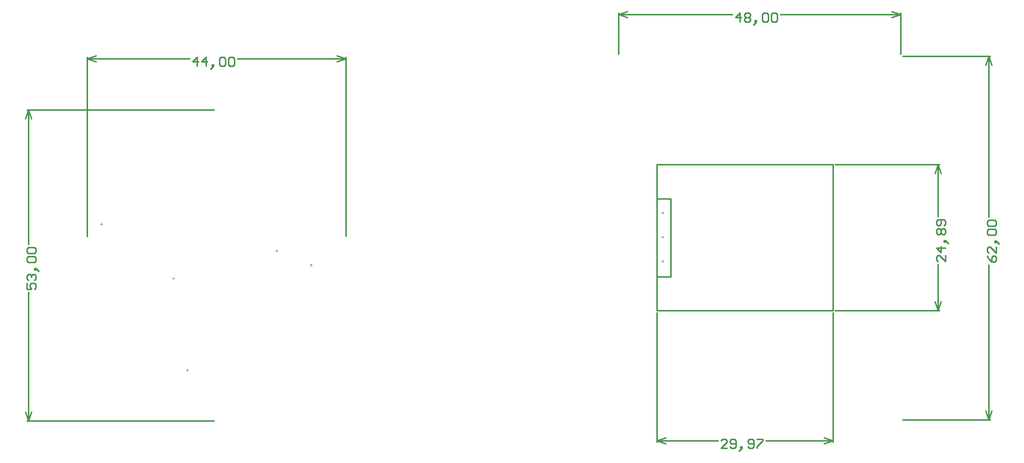
<source format=gm1>
%FSDAX24Y24*%
%MOIN*%
%SFA1B1*%

%IPPOS*%
%ADD33C,0.010000*%
%ADD69C,0.003900*%
%LNde-180417-1*%
%LPD*%
G54D33*
X073998Y018100D02*
X079850D01*
X073998Y042509D02*
X079850D01*
X079750Y018100D02*
Y028505D01*
Y031704D02*
Y042509D01*
Y018100D02*
X079950Y018700D01*
X079550D02*
X079750Y018100D01*
X079550Y041909D02*
X079750Y042509D01*
X079950Y041909*
X054950Y042659D02*
Y045400D01*
X073848Y042659D02*
Y045400D01*
X054950Y045300D02*
X062599D01*
X065798D02*
X073848D01*
X054950D02*
X055550Y045100D01*
X054950Y045300D02*
X055550Y045500D01*
X073248D02*
X073848Y045300D01*
X073248Y045100D02*
X073848Y045300D01*
X036673Y030453D02*
Y042450D01*
X019350Y030405D02*
Y042450D01*
X029411Y042350D02*
X036673D01*
X019350D02*
X026212D01*
X036073Y042550D02*
X036673Y042350D01*
X036073Y042150D02*
X036673Y042350D01*
X019350D02*
X019950Y042150D01*
X019350Y042350D02*
X019950Y042550D01*
X069300Y016600D02*
Y025300D01*
X057500Y016600D02*
Y025300D01*
X064800Y016700D02*
X069300D01*
X057500D02*
X061600D01*
X068700Y016900D02*
X069300Y016700D01*
X068700Y016500D02*
X069300Y016700D01*
X057500D02*
X058100Y016500D01*
X057500Y016700D02*
X058100Y016900D01*
X069450Y025450D02*
X076450D01*
X069450Y035250D02*
X076450D01*
X076350Y025450D02*
Y028550D01*
Y031750D02*
Y035250D01*
Y025450D02*
X076550Y026050D01*
X076150D02*
X076350Y025450D01*
X076150Y034650D02*
X076350Y035250D01*
X076550Y034650*
X015300Y018050D02*
X027862D01*
X015300Y038916D02*
X027862D01*
X015400Y018050D02*
Y026684D01*
Y029883D02*
Y038916D01*
Y018050D02*
X015600Y018650D01*
X015200D02*
X015400Y018050D01*
X015200Y038316D02*
X015400Y038916D01*
X015600Y038316*
X057500Y027600D02*
Y033000D01*
Y032950D02*
Y035250D01*
Y032950D02*
X058450D01*
Y027700D02*
Y032950D01*
X057500Y027700D02*
X058450D01*
X057500Y025450D02*
Y027700D01*
Y025450D02*
X069300D01*
Y035250*
X057500D02*
X069300D01*
X079650Y029105D02*
X079750Y028905D01*
X079950Y028705*
X080150*
X080250Y028805*
Y029005*
X080150Y029105*
X080050*
X079950Y029005*
Y028705*
X080250Y029705D02*
Y029305D01*
X079850Y029705*
X079750*
X079650Y029605*
Y029405*
X079750Y029305*
X080350Y030005D02*
X080250Y030105D01*
X080150*
Y030005*
X080250*
Y030105*
X080350Y030005*
X080450Y029905*
X079750Y030505D02*
X079650Y030605D01*
Y030805*
X079750Y030904*
X080150*
X080250Y030805*
Y030605*
X080150Y030505*
X079750*
Y031104D02*
X079650Y031204D01*
Y031404*
X079750Y031504*
X080150*
X080250Y031404*
Y031204*
X080150Y031104*
X079750*
X063099Y044800D02*
Y045400D01*
X062799Y045100*
X063199*
X063399Y045300D02*
X063499Y045400D01*
X063699*
X063799Y045300*
Y045200*
X063699Y045100*
X063799Y045000*
Y044900*
X063699Y044800*
X063499*
X063399Y044900*
Y045000*
X063499Y045100*
X063399Y045200*
Y045300*
X063499Y045100D02*
X063699D01*
X064099Y044700D02*
X064199Y044800D01*
Y044900*
X064099*
Y044800*
X064199*
X064099Y044700*
X063999Y044600*
X064599Y045300D02*
X064699Y045400D01*
X064899*
X064999Y045300*
Y044900*
X064899Y044800*
X064699*
X064599Y044900*
Y045300*
X065198D02*
X065298Y045400D01*
X065498*
X065598Y045300*
Y044900*
X065498Y044800*
X065298*
X065198Y044900*
Y045300*
X026712Y041850D02*
Y042450D01*
X026412Y042150*
X026812*
X027312Y041850D02*
Y042450D01*
X027012Y042150*
X027412*
X027712Y041750D02*
X027811Y041850D01*
Y041950*
X027712*
Y041850*
X027811*
X027712Y041750*
X027612Y041650*
X028211Y042350D02*
X028311Y042450D01*
X028511*
X028611Y042350*
Y041950*
X028511Y041850*
X028311*
X028211Y041950*
Y042350*
X028811D02*
X028911Y042450D01*
X029111*
X029211Y042350*
Y041950*
X029111Y041850*
X028911*
X028811Y041950*
Y042350*
X062200Y016200D02*
X061800D01*
X062200Y016600*
Y016700*
X062100Y016800*
X061900*
X061800Y016700*
X062400Y016300D02*
X062500Y016200D01*
X062700*
X062800Y016300*
Y016700*
X062700Y016800*
X062500*
X062400Y016700*
Y016600*
X062500Y016500*
X062800*
X063100Y016100D02*
X063200Y016200D01*
Y016300*
X063100*
Y016200*
X063200*
X063100Y016100*
X063000Y016000*
X063600Y016300D02*
X063700Y016200D01*
X063900*
X064000Y016300*
Y016700*
X063900Y016800*
X063700*
X063600Y016700*
Y016600*
X063700Y016500*
X064000*
X064200Y016800D02*
X064600D01*
Y016700*
X064200Y016300*
Y016200*
X076850Y029150D02*
Y028750D01*
X076450Y029150*
X076350*
X076250Y029050*
Y028850*
X076350Y028750*
X076850Y029650D02*
X076250D01*
X076550Y029350*
Y029750*
X076950Y030050D02*
X076850Y030150D01*
X076750*
Y030050*
X076850*
Y030150*
X076950Y030050*
X077050Y029950*
X076350Y030550D02*
X076250Y030650D01*
Y030850*
X076350Y030950*
X076450*
X076550Y030850*
X076650Y030950*
X076750*
X076850Y030850*
Y030650*
X076750Y030550*
X076650*
X076550Y030650*
X076450Y030550*
X076350*
X076550Y030650D02*
Y030850D01*
X076750Y031150D02*
X076850Y031250D01*
Y031450*
X076750Y031550*
X076350*
X076250Y031450*
Y031250*
X076350Y031150*
X076450*
X076550Y031250*
Y031550*
X015300Y027283D02*
Y026884D01*
X015600*
X015500Y027083*
Y027183*
X015600Y027283*
X015800*
X015900Y027183*
Y026983*
X015800Y026884*
X015400Y027483D02*
X015300Y027583D01*
Y027783*
X015400Y027883*
X015500*
X015600Y027783*
Y027683*
Y027783*
X015700Y027883*
X015800*
X015900Y027783*
Y027583*
X015800Y027483*
X016000Y028183D02*
X015900Y028283D01*
X015800*
Y028183*
X015900*
Y028283*
X016000Y028183*
X016100Y028083*
X015400Y028683D02*
X015300Y028783D01*
Y028983*
X015400Y029083*
X015800*
X015900Y028983*
Y028783*
X015800Y028683*
X015400*
Y029283D02*
X015300Y029383D01*
Y029583*
X015400Y029683*
X015800*
X015900Y029583*
Y029383*
X015800Y029283*
X015400*
G54D69*
X026050Y021371D02*
Y021529D01*
X025971Y021450D02*
X026129D01*
X031971Y029450D02*
X032129D01*
X032050Y029371D02*
Y029529D01*
X034350Y028421D02*
Y028579D01*
X034271Y028500D02*
X034429D01*
X057821Y032000D02*
X057979D01*
X057900Y031921D02*
Y032079D01*
X057821Y030375D02*
X057979D01*
X057900Y030296D02*
Y030454D01*
X057821Y028750D02*
X057979D01*
X057900Y028671D02*
Y028829D01*
X020221Y031250D02*
X020379D01*
X020300Y031171D02*
Y031329D01*
X031971Y029450D02*
X032129D01*
X032050Y029371D02*
Y029529D01*
X034350Y028421D02*
Y028579D01*
X034271Y028500D02*
X034429D01*
X025041Y027610D02*
X025199D01*
X025120Y027531D02*
Y027689D01*
M02*
</source>
